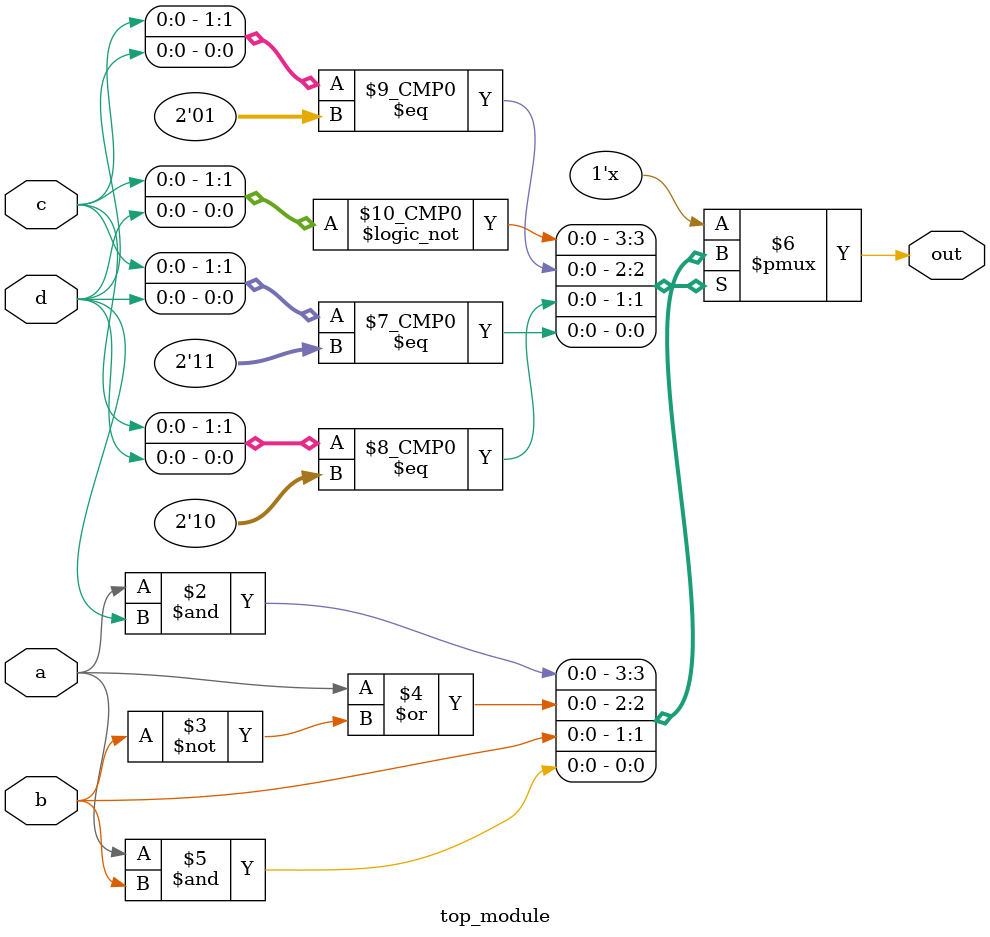
<source format=sv>
module top_module (
    input a, 
    input b,
    input c,
    input d,
    output reg out
);

always @(*) begin
    case ({c, d})
        2'b00: out = a & d;
        2'b01: out = a | ~b;
        2'b10: out = b;
        2'b11: out = a & b;
    endcase
end

endmodule

</source>
